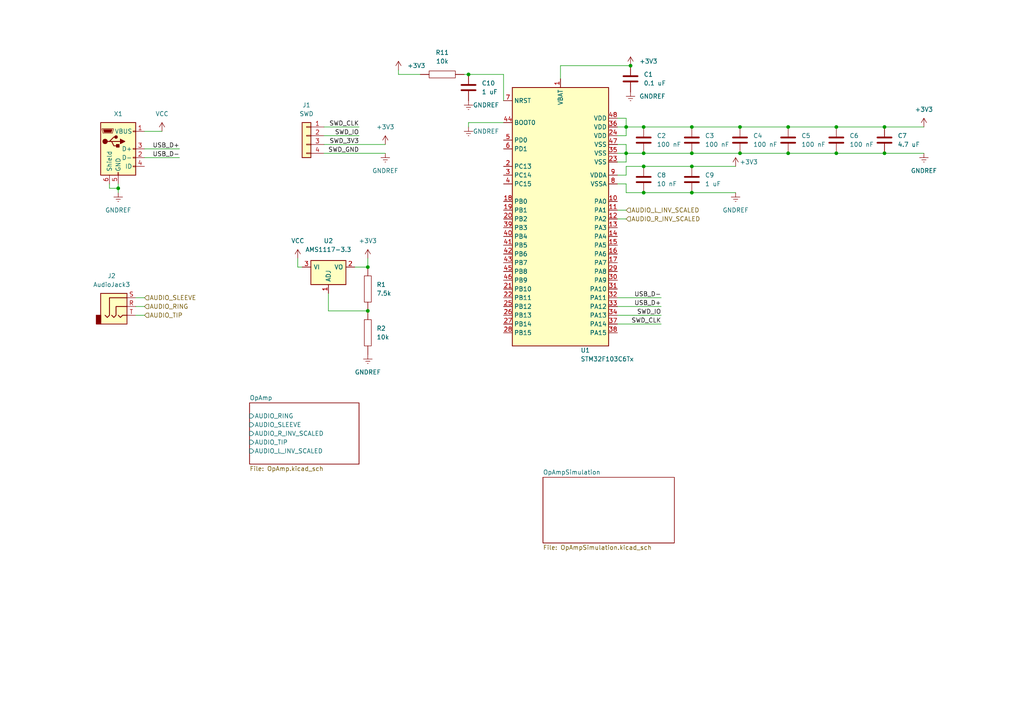
<source format=kicad_sch>
(kicad_sch (version 20230121) (generator eeschema)
  (paper "A4")
  (title_block (title "Vorg") (date "2023-07-07") (rev "1"))
  (lib_symbols
    (symbol "Connector:AudioJack3"
      (property "Reference" "J" (at 0 8.89 0))
      (property "Value" "AudioJack3" (at 0 6.35 0))
      (symbol "AudioJack3_0_1"
        (rectangle (start -5.08 -5.08) (end -6.35 -2.54) (stroke (width 0.254)) (fill (type outline)))
        (polyline (pts (xy 0 -2.54) (xy 0.635 -3.175) (xy 1.27 -2.54) (xy 2.54 -2.54)) (stroke (width 0.254)))
        (polyline (pts (xy -1.905 -2.54) (xy -1.27 -3.175) (xy -0.635 -2.54) (xy -0.635 0) (xy 2.54 0)) (stroke (width 0.254)))
        (polyline (pts (xy 2.54 2.54) (xy -2.54 2.54) (xy -2.54 -2.54) (xy -3.175 -3.175) (xy -3.81 -2.54)) (stroke (width 0.254)))
        (rectangle (start 2.54 3.81) (end -5.08 -5.08) (stroke (width 0.254)) (fill (type background)))
      )
      (symbol "AudioJack3_1_1"
        (pin passive line (at 5.08 0 180) (length 2.54) (name "~") (number "R"))
        (pin passive line (at 5.08 2.54 180) (length 2.54) (name "~") (number "S"))
        (pin passive line (at 5.08 -2.54 180) (length 2.54) (name "~") (number "T"))
      )
    )
    (symbol "Connector:USB_B_Micro" (pin_names (offset 1.016))
      (property "Reference" "J" (at -5.08 11.43 0))
      (property "Value" "USB_B_Micro" (at -5.08 8.89 0))
      (symbol "USB_B_Micro_0_1"
        (rectangle (start -5.08 -7.62) (end 5.08 7.62) (stroke (width 0.254)) (fill (type background)))
        (circle (center -3.81 2.159) (radius 0.635) (stroke (width 0.254)) (fill (type outline)))
        (circle (center -0.635 3.429) (radius 0.381) (stroke (width 0.254)) (fill (type outline)))
        (rectangle (start -0.127 -7.62) (end 0.127 -6.858))
        (polyline (pts (xy -1.905 2.159) (xy 0.635 2.159)) (stroke (width 0.254)))
        (polyline (pts (xy -3.175 2.159) (xy -2.54 2.159) (xy -1.27 3.429) (xy -0.635 3.429)) (stroke (width 0.254)))
        (polyline (pts (xy -2.54 2.159) (xy -1.905 2.159) (xy -1.27 0.889) (xy 0 0.889)) (stroke (width 0.254)))
        (polyline (pts (xy 0.635 2.794) (xy 0.635 1.524) (xy 1.905 2.159) (xy 0.635 2.794)) (stroke (width 0.254)) (fill (type outline)))
        (polyline (pts (xy -4.318 5.588) (xy -1.778 5.588) (xy -2.032 4.826) (xy -4.064 4.826) (xy -4.318 5.588)) (fill (type outline)))
        (polyline (pts (xy -4.699 5.842) (xy -4.699 5.588) (xy -4.445 4.826) (xy -4.445 4.572) (xy -1.651 4.572) (xy -1.651 4.826) (xy -1.397 5.588) (xy -1.397 5.842) (xy -4.699 5.842)))
        (rectangle (start 0.254 1.27) (end -0.508 0.508) (stroke (width 0.254)) (fill (type outline)))
        (rectangle (start 5.08 -5.207) (end 4.318 -4.953))
        (rectangle (start 5.08 -2.667) (end 4.318 -2.413))
        (rectangle (start 5.08 -0.127) (end 4.318 0.127))
        (rectangle (start 5.08 4.953) (end 4.318 5.207))
      )
      (symbol "USB_B_Micro_1_1"
        (pin power_out line (at 7.62 5.08 180) (length 2.54) (name "VBUS") (number "1"))
        (pin bidirectional line (at 7.62 -2.54 180) (length 2.54) (name "D-") (number "2"))
        (pin bidirectional line (at 7.62 0 180) (length 2.54) (name "D+") (number "3"))
        (pin passive line (at 7.62 -5.08 180) (length 2.54) (name "ID") (number "4"))
        (pin power_out line (at 0 -10.16 90) (length 2.54) (name "GND") (number "5"))
        (pin passive line (at -2.54 -10.16 90) (length 2.54) (name "Shield") (number "6"))
      )
    )
    (symbol "Connector_Generic:Conn_01x04" (pin_names (offset 1.016) hide)
      (property "Reference" "J" (at 0 5.08 0))
      (property "Value" "Conn_01x04" (at 0 -7.62 0))
      (symbol "Conn_01x04_1_1"
        (rectangle (start -1.27 -4.953) (end 0 -5.207) (stroke (width 0.1524)))
        (rectangle (start -1.27 -2.413) (end 0 -2.667) (stroke (width 0.1524)))
        (rectangle (start -1.27 0.127) (end 0 -0.127) (stroke (width 0.1524)))
        (rectangle (start -1.27 2.667) (end 0 2.413) (stroke (width 0.1524)))
        (rectangle (start -1.27 3.81) (end 1.27 -6.35) (stroke (width 0.254)) (fill (type background)))
        (pin passive line (at -5.08 2.54 0) (length 3.81) (name "Pin_1") (number "1"))
        (pin passive line (at -5.08 0 0) (length 3.81) (name "Pin_2") (number "2"))
        (pin passive line (at -5.08 -2.54 0) (length 3.81) (name "Pin_3") (number "3"))
        (pin passive line (at -5.08 -5.08 0) (length 3.81) (name "Pin_4") (number "4"))
      )
    )
    (symbol "Device:C" (pin_numbers hide) (pin_names (offset 0.254))
      (property "Reference" "C" (at 0.635 2.54 0))
      (property "Value" "C" (at 0.635 -2.54 0))
      (symbol "C_0_1"
        (polyline (pts (xy -2.032 -0.762) (xy 2.032 -0.762)) (stroke (width 0.508)))
        (polyline (pts (xy -2.032 0.762) (xy 2.032 0.762)) (stroke (width 0.508)))
      )
      (symbol "C_1_1"
        (pin passive line (at 0 3.81 270) (length 2.794) (name "~") (number "1"))
        (pin passive line (at 0 -3.81 90) (length 2.794) (name "~") (number "2"))
      )
    )
    (symbol "MCU_ST_STM32F1:STM32F103C6Tx"
      (property "Reference" "U?" (at 4.5594 -38.1 0))
      (property "Value" "STM32F103C6Tx" (at 4.5594 -40.64 0))
      (symbol "STM32F103C6Tx_0_1"
        (rectangle (start -15.24 38.1) (end 12.7 -36.83) (stroke (width 0.254)) (fill (type background)))
      )
      (symbol "STM32F103C6Tx_1_1"
        (pin power_in line (at -1.27 40.64 270) (length 2.54) (name "VBAT") (number "1"))
        (pin bidirectional line (at 15.24 5.08 180) (length 2.54) (name "PA0") (number "10"))
        (pin bidirectional line (at 15.24 2.54 180) (length 2.54) (name "PA1") (number "11"))
        (pin bidirectional line (at 15.24 0 180) (length 2.54) (name "PA2") (number "12"))
        (pin bidirectional line (at 15.24 -2.54 180) (length 2.54) (name "PA3") (number "13"))
        (pin bidirectional line (at 15.24 -5.08 180) (length 2.54) (name "PA4") (number "14"))
        (pin bidirectional line (at 15.24 -7.62 180) (length 2.54) (name "PA5") (number "15"))
        (pin bidirectional line (at 15.24 -10.16 180) (length 2.54) (name "PA6") (number "16"))
        (pin bidirectional line (at 15.24 -12.7 180) (length 2.54) (name "PA7") (number "17"))
        (pin bidirectional line (at -17.78 5.08 0) (length 2.54) (name "PB0") (number "18"))
        (pin bidirectional line (at -17.78 2.54 0) (length 2.54) (name "PB1") (number "19"))
        (pin bidirectional line (at -17.78 15.24 0) (length 2.54) (name "PC13") (number "2"))
        (pin bidirectional line (at -17.78 0 0) (length 2.54) (name "PB2") (number "20"))
        (pin bidirectional line (at -17.78 -20.32 0) (length 2.54) (name "PB10") (number "21"))
        (pin bidirectional line (at -17.78 -22.86 0) (length 2.54) (name "PB11") (number "22"))
        (pin power_in line (at 15.24 16.51 180) (length 2.54) (name "VSS") (number "23"))
        (pin power_in line (at 15.24 24.13 180) (length 2.54) (name "VDD") (number "24"))
        (pin bidirectional line (at -17.78 -25.4 0) (length 2.54) (name "PB12") (number "25"))
        (pin bidirectional line (at -17.78 -27.94 0) (length 2.54) (name "PB13") (number "26"))
        (pin bidirectional line (at -17.78 -30.48 0) (length 2.54) (name "PB14") (number "27"))
        (pin bidirectional line (at -17.78 -33.02 0) (length 2.54) (name "PB15") (number "28"))
        (pin bidirectional line (at 15.24 -15.24 180) (length 2.54) (name "PA8") (number "29"))
        (pin bidirectional line (at -17.78 12.7 0) (length 2.54) (name "PC14") (number "3"))
        (pin bidirectional line (at 15.24 -17.78 180) (length 2.54) (name "PA9") (number "30"))
        (pin bidirectional line (at 15.24 -20.32 180) (length 2.54) (name "PA10") (number "31"))
        (pin bidirectional line (at 15.24 -22.86 180) (length 2.54) (name "PA11") (number "32"))
        (pin bidirectional line (at 15.24 -25.4 180) (length 2.54) (name "PA12") (number "33"))
        (pin bidirectional line (at 15.24 -27.94 180) (length 2.54) (name "PA13") (number "34"))
        (pin power_in line (at 15.24 19.05 180) (length 2.54) (name "VSS") (number "35"))
        (pin power_in line (at 15.24 26.67 180) (length 2.54) (name "VDD") (number "36"))
        (pin bidirectional line (at 15.24 -30.48 180) (length 2.54) (name "PA14") (number "37"))
        (pin bidirectional line (at 15.24 -33.02 180) (length 2.54) (name "PA15") (number "38"))
        (pin bidirectional line (at -17.78 -2.54 0) (length 2.54) (name "PB3") (number "39"))
        (pin bidirectional line (at -17.78 10.16 0) (length 2.54) (name "PC15") (number "4"))
        (pin bidirectional line (at -17.78 -5.08 0) (length 2.54) (name "PB4") (number "40"))
        (pin bidirectional line (at -17.78 -7.62 0) (length 2.54) (name "PB5") (number "41"))
        (pin bidirectional line (at -17.78 -10.16 0) (length 2.54) (name "PB6") (number "42"))
        (pin bidirectional line (at -17.78 -12.7 0) (length 2.54) (name "PB7") (number "43"))
        (pin input line (at -17.78 27.94 0) (length 2.54) (name "BOOT0") (number "44"))
        (pin bidirectional line (at -17.78 -15.24 0) (length 2.54) (name "PB8") (number "45"))
        (pin bidirectional line (at -17.78 -17.78 0) (length 2.54) (name "PB9") (number "46"))
        (pin power_in line (at 15.24 21.59 180) (length 2.54) (name "VSS") (number "47"))
        (pin power_in line (at 15.24 29.21 180) (length 2.54) (name "VDD") (number "48"))
        (pin input line (at -17.78 22.86 0) (length 2.54) (name "PD0") (number "5"))
        (pin input line (at -17.78 20.32 0) (length 2.54) (name "PD1") (number "6"))
        (pin input line (at -17.78 34.29 0) (length 2.54) (name "NRST") (number "7"))
        (pin power_in line (at 15.24 10.16 180) (length 2.54) (name "VSSA") (number "8"))
        (pin power_in line (at 15.24 12.7 180) (length 2.54) (name "VDDA") (number "9"))
      )
    )
    (symbol "Regulator_Linear:AMS1117" (pin_names (offset 0.762))
      (property "Reference" "U" (at -3.81 3.175 0))
      (property "Value" "AMS1117" (at 0 3.175 0))
      (symbol "AMS1117_0_1"
        (rectangle (start -5.08 -5.08) (end 5.08 1.905) (stroke (width 0.254)) (fill (type background)))
      )
      (symbol "AMS1117_1_1"
        (pin input line (at 0 -7.62 90) (length 2.54) (name "ADJ") (number "1"))
        (pin power_out line (at 7.62 0 180) (length 2.54) (name "VO") (number "2"))
        (pin power_in line (at -7.62 0 0) (length 2.54) (name "VI") (number "3"))
      )
    )
    (symbol "power:+3V3" (power) (pin_names (offset 0))
      (property "Value" "+3V3" (at 0 3.556 0))
      (symbol "+3V3_0_1"
        (polyline (pts (xy -0.762 1.27) (xy 0 2.54)))
        (polyline (pts (xy 0 0) (xy 0 2.54)))
        (polyline (pts (xy 0 2.54) (xy 0.762 1.27)))
      )
      (symbol "+3V3_1_1"
        (pin power_in line (at 0 0 90) (length 0) hide (name "+3V3") (number "1"))
      )
    )
    (symbol "power:GNDREF" (power) (pin_names (offset 0))
      (property "Value" "GNDREF" (at 0 -3.81 0))
      (symbol "GNDREF_0_1"
        (polyline (pts (xy -0.635 -1.905) (xy 0.635 -1.905)))
        (polyline (pts (xy -0.127 -2.54) (xy 0.127 -2.54)))
        (polyline (pts (xy 0 -1.27) (xy 0 0)))
        (polyline (pts (xy 1.27 -1.27) (xy -1.27 -1.27)))
      )
      (symbol "GNDREF_1_1"
        (pin power_in line (at 0 0 270) (length 0) hide (name "GNDREF") (number "1"))
      )
    )
    (symbol "power:VCC" (power) (pin_names (offset 0))
      (property "Value" "VCC" (at 0 3.81 0))
      (symbol "VCC_0_1"
        (polyline (pts (xy -0.762 1.27) (xy 0 2.54)))
        (polyline (pts (xy 0 0) (xy 0 2.54)))
        (polyline (pts (xy 0 2.54) (xy 0.762 1.27)))
      )
      (symbol "VCC_1_1"
        (pin power_in line (at 0 0 90) (length 0) hide (name "VCC") (number "1"))
      )
    )
    (symbol "pspice:R" (pin_numbers hide) (pin_names (offset 0))
      (property "Reference" "R" (at 2.032 0 90))
      (property "Value" "R" (at 0 0 90))
      (symbol "R_0_1"
        (rectangle (start -1.016 3.81) (end 1.016 -3.81))
      )
      (symbol "R_1_1"
        (pin passive line (at 0 6.35 270) (length 2.54) (name "~") (number "1"))
        (pin passive line (at 0 -6.35 90) (length 2.54) (name "~") (number "2"))
      )
    )
  )
  (junction (at 182.88 19.05))
  (junction (at 214.63 44.45))
  (junction (at 186.69 55.88))
  (junction (at 214.63 36.83))
  (junction (at 34.29 54.61))
  (junction (at 242.57 44.45))
  (junction (at 200.66 44.45))
  (junction (at 181.61 36.83))
  (junction (at 186.69 48.26))
  (junction (at 256.54 44.45))
  (junction (at 200.66 55.88))
  (junction (at 200.66 48.26))
  (junction (at 242.57 36.83))
  (junction (at 106.68 77.47))
  (junction (at 200.66 36.83))
  (junction (at 228.6 44.45))
  (junction (at 186.69 44.45))
  (junction (at 135.89 21.59))
  (junction (at 186.69 36.83))
  (junction (at 181.61 44.45))
  (junction (at 106.68 90.17))
  (junction (at 256.54 36.83))
  (junction (at 228.6 36.83))
  (wire (pts (xy 39.37 91.44) (xy 41.91 91.44)))
  (wire (pts (xy 214.63 44.45) (xy 228.6 44.45)))
  (wire (pts (xy 228.6 36.83) (xy 242.57 36.83)))
  (wire (pts (xy 181.61 44.45) (xy 186.69 44.45)))
  (wire (pts (xy 31.75 54.61) (xy 34.29 54.61)))
  (wire (pts (xy 106.68 77.47) (xy 106.68 74.93)))
  (wire (pts (xy 181.61 39.37) (xy 181.61 36.83)))
  (wire (pts (xy 181.61 50.8) (xy 179.07 50.8)))
  (wire (pts (xy 186.69 36.83) (xy 200.66 36.83)))
  (wire (pts (xy 181.61 41.91) (xy 181.61 44.45)))
  (wire (pts (xy 115.57 20.32) (xy 115.57 21.59)))
  (wire (pts (xy 181.61 53.34) (xy 181.61 55.88)))
  (wire (pts (xy 179.07 41.91) (xy 181.61 41.91)))
  (wire (pts (xy 181.61 46.99) (xy 179.07 46.99)))
  (wire (pts (xy 256.54 44.45) (xy 267.97 44.45)))
  (wire (pts (xy 179.07 63.5) (xy 181.61 63.5)))
  (wire (pts (xy 135.89 35.56) (xy 135.89 36.83)))
  (wire (pts (xy 41.91 38.1) (xy 46.99 38.1)))
  (wire (pts (xy 162.56 19.05) (xy 182.88 19.05)))
  (wire (pts (xy 34.29 53.34) (xy 34.29 54.61)))
  (wire (pts (xy 93.98 39.37) (xy 104.14 39.37)))
  (wire (pts (xy 181.61 48.26) (xy 186.69 48.26)))
  (wire (pts (xy 95.25 90.17) (xy 106.68 90.17)))
  (wire (pts (xy 135.89 21.59) (xy 146.05 21.59)))
  (wire (pts (xy 115.57 21.59) (xy 121.92 21.59)))
  (wire (pts (xy 102.87 77.47) (xy 106.68 77.47)))
  (wire (pts (xy 214.63 36.83) (xy 228.6 36.83)))
  (wire (pts (xy 179.07 60.96) (xy 181.61 60.96)))
  (wire (pts (xy 181.61 50.8) (xy 181.61 48.26)))
  (wire (pts (xy 186.69 44.45) (xy 200.66 44.45)))
  (wire (pts (xy 134.62 21.59) (xy 135.89 21.59)))
  (wire (pts (xy 242.57 44.45) (xy 256.54 44.45)))
  (wire (pts (xy 87.63 77.47) (xy 86.36 77.47)))
  (wire (pts (xy 179.07 39.37) (xy 181.61 39.37)))
  (wire (pts (xy 86.36 74.93) (xy 86.36 77.47)))
  (wire (pts (xy 181.61 44.45) (xy 181.61 46.99)))
  (wire (pts (xy 93.98 44.45) (xy 111.76 44.45)))
  (wire (pts (xy 39.37 88.9) (xy 41.91 88.9)))
  (wire (pts (xy 200.66 48.26) (xy 213.36 48.26)))
  (wire (pts (xy 200.66 55.88) (xy 213.36 55.88)))
  (wire (pts (xy 179.07 86.36) (xy 191.77 86.36)))
  (wire (pts (xy 242.57 36.83) (xy 256.54 36.83)))
  (wire (pts (xy 31.75 53.34) (xy 31.75 54.61)))
  (wire (pts (xy 186.69 48.26) (xy 200.66 48.26)))
  (wire (pts (xy 181.61 34.29) (xy 179.07 34.29)))
  (wire (pts (xy 179.07 91.44) (xy 191.77 91.44)))
  (wire (pts (xy 146.05 21.59) (xy 146.05 29.21)))
  (wire (pts (xy 93.98 36.83) (xy 104.14 36.83)))
  (wire (pts (xy 186.69 55.88) (xy 200.66 55.88)))
  (wire (pts (xy 93.98 41.91) (xy 111.76 41.91)))
  (wire (pts (xy 181.61 55.88) (xy 186.69 55.88)))
  (wire (pts (xy 41.91 45.72) (xy 52.07 45.72)))
  (wire (pts (xy 256.54 36.83) (xy 267.97 36.83)))
  (wire (pts (xy 162.56 22.86) (xy 162.56 19.05)))
  (wire (pts (xy 200.66 44.45) (xy 214.63 44.45)))
  (wire (pts (xy 39.37 86.36) (xy 41.91 86.36)))
  (wire (pts (xy 179.07 93.98) (xy 191.77 93.98)))
  (wire (pts (xy 200.66 36.83) (xy 214.63 36.83)))
  (wire (pts (xy 146.05 35.56) (xy 135.89 35.56)))
  (wire (pts (xy 179.07 36.83) (xy 181.61 36.83)))
  (wire (pts (xy 34.29 54.61) (xy 34.29 55.88)))
  (wire (pts (xy 41.91 43.18) (xy 52.07 43.18)))
  (wire (pts (xy 181.61 36.83) (xy 181.61 34.29)))
  (wire (pts (xy 228.6 44.45) (xy 242.57 44.45)))
  (wire (pts (xy 181.61 53.34) (xy 179.07 53.34)))
  (wire (pts (xy 95.25 85.09) (xy 95.25 90.17)))
  (wire (pts (xy 179.07 88.9) (xy 191.77 88.9)))
  (wire (pts (xy 179.07 44.45) (xy 181.61 44.45)))
  (wire (pts (xy 181.61 36.83) (xy 186.69 36.83)))
  (label "USB_D+" (at 191.77 88.9 180))
  (label "USB_D-" (at 52.07 45.72 180))
  (label "SWD_CLK" (at 191.77 93.98 180))
  (label "SWD_CLK" (at 104.14 36.83 180))
  (label "SWD_3V3" (at 104.14 41.91 180))
  (label "SWD_IO" (at 191.77 91.44 180))
  (label "SWD_GND" (at 104.14 44.45 180))
  (label "USB_D-" (at 191.77 86.36 180))
  (label "USB_D+" (at 52.07 43.18 180))
  (label "SWD_IO" (at 104.14 39.37 180))
  (hierarchical_label "AUDIO_RING" (shape input) (at 41.91 88.9 0))
  (hierarchical_label "AUDIO_TIP" (shape input) (at 41.91 91.44 0))
  (hierarchical_label "AUDIO_SLEEVE" (shape input) (at 41.91 86.36 0))
  (hierarchical_label "AUDIO_L_INV_SCALED" (shape input) (at 181.61 60.96 0))
  (hierarchical_label "AUDIO_R_INV_SCALED" (shape input) (at 181.61 63.5 0))
  (symbol (lib_id "power:GNDREF") (at 135.89 29.21 0) (unit 1)
    (property "Reference" "#PWR02" (effects hide))
    (property "Value" "GNDREF" (at 137.16 30.48 0) (effects (justify left)))
  )
  (symbol (lib_id "Device:C") (at 186.69 40.64 0) (unit 1)
    (property "Reference" "C2" (at 190.5 39.3699 0) (effects (justify left)))
    (property "Value" "100 nF" (at 190.5 41.9099 0) (effects (justify left)))
  )
  (symbol (lib_id "Device:C") (at 182.88 22.86 0) (unit 1)
    (property "Reference" "C1" (at 186.69 21.5899 0) (effects (justify left)))
    (property "Value" "0.1 uF" (at 186.69 24.1299 0) (effects (justify left)))
  )
  (symbol (lib_id "Device:C") (at 135.89 25.4 0) (unit 1)
    (property "Reference" "C10" (at 139.7 24.1299 0) (effects (justify left)))
    (property "Value" "1 uF" (at 139.7 26.6699 0) (effects (justify left)))
  )
  (symbol (lib_id "Device:C") (at 242.57 40.64 0) (unit 1)
    (property "Reference" "C6" (at 246.38 39.3699 0) (effects (justify left)))
    (property "Value" "100 nF" (at 246.38 41.9099 0) (effects (justify left)))
  )
  (symbol (lib_id "power:VCC") (at 46.99 38.1 0) (unit 1)
    (property "Reference" "#PWR0101" (effects hide))
    (property "Value" "VCC" (at 46.99 33.02 0))
  )
  (symbol (lib_id "Device:C") (at 186.69 52.07 0) (unit 1)
    (property "Reference" "C8" (at 190.5 50.7999 0) (effects (justify left)))
    (property "Value" "10 nF" (at 190.5 53.3399 0) (effects (justify left)))
  )
  (symbol (lib_id "Device:C") (at 256.54 40.64 0) (unit 1)
    (property "Reference" "C7" (at 260.35 39.3699 0) (effects (justify left)))
    (property "Value" "4.7 uF" (at 260.35 41.9099 0) (effects (justify left)))
  )
  (symbol (lib_id "power:GNDREF") (at 106.68 102.87 0) (unit 1)
    (property "Reference" "#PWR0102" (effects hide))
    (property "Value" "GNDREF" (at 106.68 107.95 0))
  )
  (symbol (lib_id "pspice:R") (at 128.27 21.59 90) (unit 1)
    (property "Reference" "R11" (at 128.27 15.24 90))
    (property "Value" "10k" (at 128.27 17.78 90))
  )
  (symbol (lib_id "power:GNDREF") (at 135.89 36.83 0) (unit 1)
    (property "Reference" "#PWR03" (effects hide))
    (property "Value" "GNDREF" (at 137.16 38.1 0) (effects (justify left)))
  )
  (symbol (lib_id "power:+3V3") (at 213.36 48.26 0) (unit 1)
    (property "Reference" "#PWR0113" (effects hide))
    (property "Value" "+3V3" (at 217.17 46.99 0))
  )
  (symbol (lib_id "MCU_ST_STM32F1:STM32F103C6Tx") (at 163.83 63.5 0) (unit 1)
    (property "Reference" "U1" (at 168.3894 101.6 0) (effects (justify left)))
    (property "Value" "STM32F103C6Tx" (at 168.3894 104.14 0) (effects (justify left)))
    (property "Footprint" "Package_QFP:LQFP-48_7x7mm_P0.5mm" (effects hide))
    (property "Datasheet" "http://www.st.com/st-web-ui/static/active/en/resource/technical/document/datasheet/CD00210843.pdf" (effects hide))
  )
  (symbol (lib_id "Regulator_Linear:AMS1117") (at 95.25 77.47 0) (unit 1)
    (property "Reference" "U2" (at 95.25 69.85 0))
    (property "Value" "AMS1117-3.3" (at 95.25 72.39 0))
    (property "Footprint" "Package_TO_SOT_SMD:SOT-223-3_TabPin2" (effects hide))
    (property "Datasheet" "http://www.advanced-monolithic.com/pdf/ds1117.pdf" (effects hide))
  )
  (symbol (lib_id "power:+3V3") (at 182.88 19.05 0) (unit 1)
    (property "Reference" "#PWR0109" (effects hide))
    (property "Value" "+3V3" (at 185.42 17.7799 0) (effects (justify left)))
  )
  (symbol (lib_id "power:GNDREF") (at 182.88 26.67 0) (unit 1)
    (property "Reference" "#PWR0108" (effects hide))
    (property "Value" "GNDREF" (at 185.42 27.9399 0) (effects (justify left)))
  )
  (symbol (lib_id "power:+3V3") (at 111.76 41.91 0) (unit 1)
    (property "Reference" "#PWR0104" (effects hide))
    (property "Value" "+3V3" (at 111.76 36.83 0))
  )
  (symbol (lib_id "Connector_Generic:Conn_01x04") (at 88.9 39.37 0) (mirror y) (unit 1)
    (property "Reference" "J1" (at 88.9 30.48 0))
    (property "Value" "SWD" (at 88.9 33.02 0))
  )
  (symbol (lib_id "power:+3V3") (at 267.97 36.83 0) (unit 1)
    (property "Reference" "#PWR0110" (effects hide))
    (property "Value" "+3V3" (at 267.97 31.75 0))
  )
  (symbol (lib_id "Device:C") (at 200.66 40.64 0) (unit 1)
    (property "Reference" "C3" (at 204.47 39.3699 0) (effects (justify left)))
    (property "Value" "100 nF" (at 204.47 41.9099 0) (effects (justify left)))
  )
  (symbol (lib_id "power:GNDREF") (at 34.29 55.88 0) (unit 1)
    (property "Reference" "#PWR0105" (effects hide))
    (property "Value" "GNDREF" (at 34.29 60.96 0))
  )
  (symbol (lib_id "Device:C") (at 200.66 52.07 0) (unit 1)
    (property "Reference" "C9" (at 204.47 50.7999 0) (effects (justify left)))
    (property "Value" "1 uF" (at 204.47 53.3399 0) (effects (justify left)))
  )
  (symbol (lib_id "power:+3V3") (at 106.68 74.93 0) (unit 1)
    (property "Reference" "#PWR0106" (effects hide))
    (property "Value" "+3V3" (at 106.68 69.85 0))
  )
  (symbol (lib_id "Connector:USB_B_Micro") (at 34.29 43.18 0) (unit 1)
    (property "Reference" "X1" (at 34.29 33.02 0))
    (property "Value" "USB_B_Micro" (effects hide))
  )
  (symbol (lib_id "Connector:AudioJack3") (at 34.29 88.9 0) (unit 1)
    (property "Reference" "J2" (at 32.385 80.01 0))
    (property "Value" "AudioJack3" (at 32.385 82.55 0))
  )
  (symbol (lib_id "pspice:R") (at 106.68 83.82 0) (unit 1)
    (property "Reference" "R1" (at 109.22 82.5499 0) (effects (justify left)))
    (property "Value" "7.5k" (at 109.22 85.0899 0) (effects (justify left)))
  )
  (symbol (lib_id "pspice:R") (at 106.68 96.52 0) (unit 1)
    (property "Reference" "R2" (at 109.22 95.2499 0) (effects (justify left)))
    (property "Value" "10k" (at 109.22 97.7899 0) (effects (justify left)))
  )
  (symbol (lib_id "power:GNDREF") (at 111.76 44.45 0) (unit 1)
    (property "Reference" "#PWR0103" (effects hide))
    (property "Value" "GNDREF" (at 111.76 49.53 0))
  )
  (symbol (lib_id "power:+3V3") (at 115.57 20.32 0) (unit 1)
    (property "Reference" "#PWR01" (effects hide))
    (property "Value" "+3V3" (at 118.11 19.0499 0) (effects (justify left)))
  )
  (symbol (lib_id "power:GNDREF") (at 267.97 44.45 0) (unit 1)
    (property "Reference" "#PWR0111" (effects hide))
    (property "Value" "GNDREF" (at 267.97 49.53 0))
  )
  (symbol (lib_id "Device:C") (at 214.63 40.64 0) (unit 1)
    (property "Reference" "C4" (at 218.44 39.3699 0) (effects (justify left)))
    (property "Value" "100 nF" (at 218.44 41.9099 0) (effects (justify left)))
  )
  (symbol (lib_id "Device:C") (at 228.6 40.64 0) (unit 1)
    (property "Reference" "C5" (at 232.41 39.3699 0) (effects (justify left)))
    (property "Value" "100 nF" (at 232.41 41.9099 0) (effects (justify left)))
  )
  (symbol (lib_id "power:GNDREF") (at 213.36 55.88 0) (unit 1)
    (property "Reference" "#PWR0112" (effects hide))
    (property "Value" "GNDREF" (at 213.36 60.96 0))
  )
  (symbol (lib_id "power:VCC") (at 86.36 74.93 0) (unit 1)
    (property "Reference" "#PWR0107" (effects hide))
    (property "Value" "VCC" (at 86.36 69.85 0))
  )
  (sheet (at 72.39 116.84) (size 31.75 17.78) (stroke (width 0.1524))
    (property "Sheetname" "OpAmp" (at 72.39 116.1284 0) (effects (justify left bottom)))
    (property "Sheetfile" "OpAmp.kicad_sch" (at 72.39 135.2046 0) (effects (justify left top)))
    (pin "AUDIO_RING" input (at 72.39 120.65 180))
    (pin "AUDIO_SLEEVE" input (at 72.39 123.19 180))
    (pin "AUDIO_R_INV_SCALED" input (at 72.39 125.73 180))
    (pin "AUDIO_TIP" input (at 72.39 128.27 180))
    (pin "AUDIO_L_INV_SCALED" input (at 72.39 130.81 180))
  )
  (sheet (at 157.48 138.43) (size 38.1 19.05) (stroke (width 0.1524))
    (property "Sheetname" "OpAmpSimulation" (at 157.48 137.7184 0) (effects (justify left bottom)))
    (property "Sheetfile" "OpAmpSimulation.kicad_sch" (at 157.48 158.0646 0) (effects (justify left top)))
  )
)
</source>
